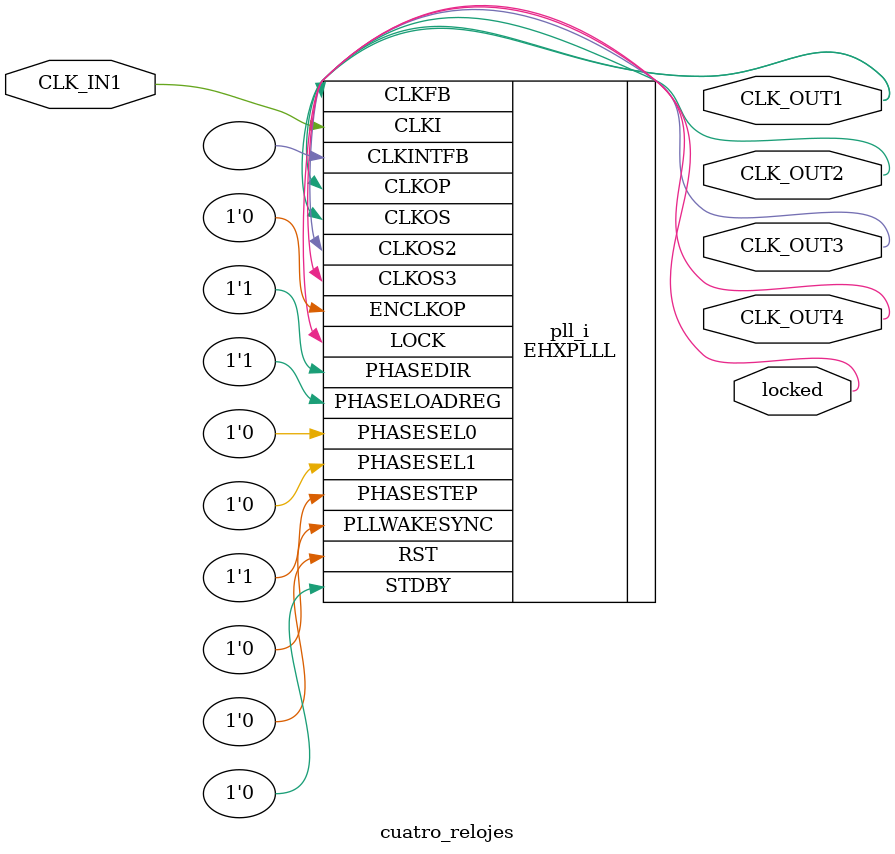
<source format=v>
module cuatro_relojes
(
    input CLK_IN1, // 25 MHz, 0 deg
    output CLK_OUT1, // 25 MHz, 0 deg
    output CLK_OUT2, // 13.0435 MHz, 0 deg
    output CLK_OUT3, // 6.52174 MHz, 0 deg
    output CLK_OUT4, // 3.26087 MHz, 0 deg
    output locked
);
(* FREQUENCY_PIN_CLKI="25" *)
(* FREQUENCY_PIN_CLKOP="25" *)
(* FREQUENCY_PIN_CLKOS="13.0435" *)
(* FREQUENCY_PIN_CLKOS2="6.52174" *)
(* FREQUENCY_PIN_CLKOS3="3.26087" *)
(* ICP_CURRENT="12" *) (* LPF_RESISTOR="8" *) (* MFG_ENABLE_FILTEROPAMP="1" *) (* MFG_GMCREF_SEL="2" *)
EHXPLLL #(
        .PLLRST_ENA("DISABLED"),
        .INTFB_WAKE("DISABLED"),
        .STDBY_ENABLE("DISABLED"),
        .DPHASE_SOURCE("DISABLED"),
        .OUTDIVIDER_MUXA("DIVA"),
        .OUTDIVIDER_MUXB("DIVB"),
        .OUTDIVIDER_MUXC("DIVC"),
        .OUTDIVIDER_MUXD("DIVD"),
        .CLKI_DIV(1),
        .CLKOP_ENABLE("ENABLED"),
        .CLKOP_DIV(24),
        .CLKOP_CPHASE(11),
        .CLKOP_FPHASE(0),
        .CLKOS_ENABLE("ENABLED"),
        .CLKOS_DIV(46),
        .CLKOS_CPHASE(11),
        .CLKOS_FPHASE(0),
        .CLKOS2_ENABLE("ENABLED"),
        .CLKOS2_DIV(92),
        .CLKOS2_CPHASE(11),
        .CLKOS2_FPHASE(0),
        .CLKOS3_ENABLE("ENABLED"),
        .CLKOS3_DIV(184),
        .CLKOS3_CPHASE(11),
        .CLKOS3_FPHASE(0),
        .FEEDBK_PATH("CLKOP"),
        .CLKFB_DIV(1)
    ) pll_i (
        .RST(1'b0),
        .STDBY(1'b0),
        .CLKI(CLK_IN1),
        .CLKOP(CLK_OUT1),
        .CLKOS(CLK_OUT2),
        .CLKOS2(CLK_OUT3),
        .CLKOS3(CLK_OUT4),
        .CLKFB(CLK_OUT1),
        .CLKINTFB(),
        .PHASESEL0(1'b0),
        .PHASESEL1(1'b0),
        .PHASEDIR(1'b1),
        .PHASESTEP(1'b1),
        .PHASELOADREG(1'b1),
        .PLLWAKESYNC(1'b0),
        .ENCLKOP(1'b0),
        .LOCK(locked)
	);
endmodule

</source>
